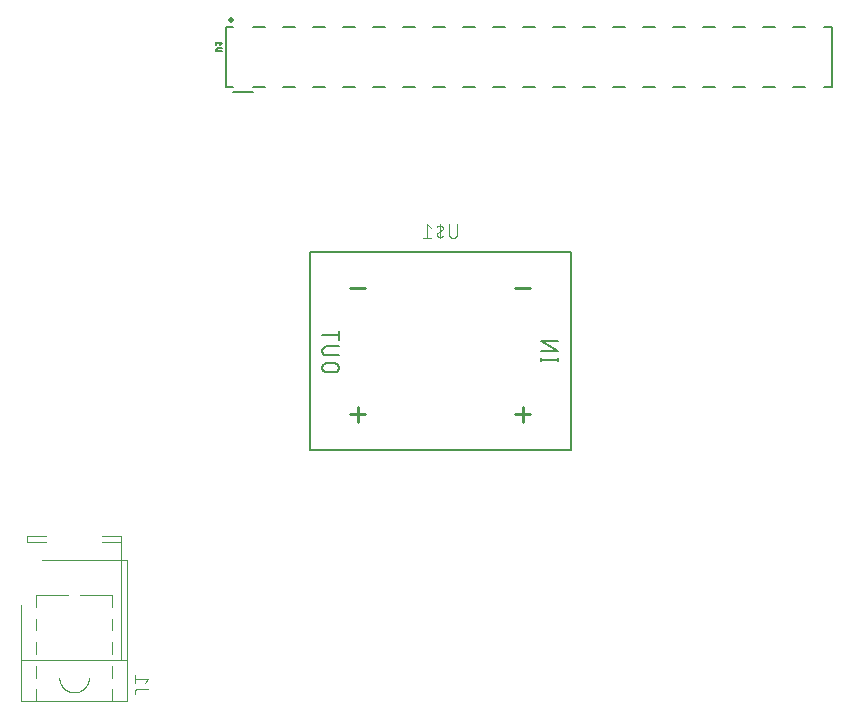
<source format=gbr>
G04 EAGLE Gerber RS-274X export*
G75*
%MOMM*%
%FSLAX34Y34*%
%LPD*%
%AMOC8*
5,1,8,0,0,1.08239X$1,22.5*%
G01*
%ADD10C,0.100000*%
%ADD11C,0.101600*%
%ADD12C,0.127000*%
%ADD13C,0.254000*%
%ADD14C,0.203200*%


D10*
X25121Y-16226D02*
X38121Y-16226D01*
X102121Y-16226D01*
X115121Y-16226D01*
X110121Y18774D02*
X25121Y18774D01*
X110121Y18774D02*
X115121Y18774D01*
X110121Y18774D02*
X110121Y103774D01*
X115121Y103774D01*
X115121Y-16226D01*
X110121Y103774D02*
X110121Y118774D01*
X110121Y123774D01*
X102121Y-6226D02*
X102121Y-16226D01*
X102121Y3774D02*
X102121Y13774D01*
X102121Y23774D02*
X102121Y33774D01*
X102121Y43774D02*
X102121Y53774D01*
X102121Y63774D02*
X102121Y73774D01*
X38121Y-6226D02*
X38121Y-16226D01*
X38121Y3774D02*
X38121Y13774D01*
X38121Y23774D02*
X38121Y33774D01*
X38121Y43774D02*
X38121Y53774D01*
X38121Y63774D02*
X38121Y73774D01*
X57621Y73774D01*
X65121Y73774D01*
X75121Y73774D02*
X82621Y73774D01*
X102121Y73774D01*
X82621Y3774D02*
X82617Y3470D01*
X82606Y3165D01*
X82588Y2862D01*
X82562Y2558D01*
X82528Y2256D01*
X82488Y1954D01*
X82440Y1653D01*
X82385Y1354D01*
X82322Y1056D01*
X82252Y760D01*
X82175Y465D01*
X82091Y173D01*
X82000Y-118D01*
X81901Y-406D01*
X81796Y-691D01*
X81684Y-974D01*
X81565Y-1255D01*
X81439Y-1532D01*
X81307Y-1806D01*
X81167Y-2076D01*
X81022Y-2344D01*
X80869Y-2607D01*
X80711Y-2867D01*
X80546Y-3123D01*
X80375Y-3375D01*
X80198Y-3622D01*
X80015Y-3866D01*
X79826Y-4104D01*
X79631Y-4338D01*
X79431Y-4567D01*
X79225Y-4792D01*
X79013Y-5011D01*
X78797Y-5225D01*
X78575Y-5433D01*
X78349Y-5637D01*
X78117Y-5834D01*
X77881Y-6026D01*
X77640Y-6212D01*
X77394Y-6392D01*
X77145Y-6566D01*
X76891Y-6734D01*
X76633Y-6896D01*
X76371Y-7051D01*
X76106Y-7200D01*
X75837Y-7343D01*
X75564Y-7479D01*
X75289Y-7608D01*
X75010Y-7730D01*
X74728Y-7846D01*
X74444Y-7955D01*
X74157Y-8056D01*
X73868Y-8151D01*
X73576Y-8239D01*
X73283Y-8320D01*
X72987Y-8393D01*
X72690Y-8459D01*
X72391Y-8518D01*
X72091Y-8570D01*
X71790Y-8614D01*
X71488Y-8651D01*
X71185Y-8681D01*
X70882Y-8703D01*
X70578Y-8718D01*
X70273Y-8725D01*
X69969Y-8725D01*
X69664Y-8718D01*
X69360Y-8703D01*
X69057Y-8681D01*
X68754Y-8651D01*
X68452Y-8614D01*
X68151Y-8570D01*
X67851Y-8518D01*
X67552Y-8459D01*
X67255Y-8393D01*
X66959Y-8320D01*
X66666Y-8239D01*
X66374Y-8151D01*
X66085Y-8056D01*
X65798Y-7955D01*
X65514Y-7846D01*
X65232Y-7730D01*
X64953Y-7608D01*
X64678Y-7479D01*
X64405Y-7343D01*
X64136Y-7200D01*
X63871Y-7051D01*
X63609Y-6896D01*
X63351Y-6734D01*
X63097Y-6566D01*
X62848Y-6392D01*
X62602Y-6212D01*
X62361Y-6026D01*
X62125Y-5834D01*
X61893Y-5637D01*
X61667Y-5433D01*
X61445Y-5225D01*
X61229Y-5011D01*
X61017Y-4792D01*
X60811Y-4567D01*
X60611Y-4338D01*
X60416Y-4104D01*
X60227Y-3866D01*
X60044Y-3622D01*
X59867Y-3375D01*
X59696Y-3123D01*
X59531Y-2867D01*
X59373Y-2607D01*
X59220Y-2344D01*
X59075Y-2076D01*
X58935Y-1806D01*
X58803Y-1532D01*
X58677Y-1255D01*
X58558Y-974D01*
X58446Y-691D01*
X58341Y-406D01*
X58242Y-118D01*
X58151Y173D01*
X58067Y465D01*
X57990Y760D01*
X57920Y1056D01*
X57857Y1354D01*
X57802Y1653D01*
X57754Y1954D01*
X57714Y2256D01*
X57680Y2558D01*
X57654Y2862D01*
X57636Y3165D01*
X57625Y3470D01*
X57621Y3774D01*
X93621Y118774D02*
X110121Y118774D01*
X46621Y118774D02*
X30121Y118774D01*
X30121Y123774D02*
X46621Y123774D01*
X93621Y123774D02*
X110121Y123774D01*
X30121Y123774D02*
X30121Y118774D01*
X25121Y65674D02*
X25121Y-16226D01*
X42821Y103774D02*
X110121Y103774D01*
D11*
X124025Y-5923D02*
X133113Y-5923D01*
X124025Y-5924D02*
X123926Y-5926D01*
X123826Y-5932D01*
X123727Y-5941D01*
X123629Y-5954D01*
X123531Y-5971D01*
X123433Y-5992D01*
X123337Y-6017D01*
X123242Y-6045D01*
X123148Y-6077D01*
X123055Y-6112D01*
X122963Y-6151D01*
X122873Y-6194D01*
X122785Y-6239D01*
X122698Y-6289D01*
X122614Y-6341D01*
X122531Y-6397D01*
X122451Y-6455D01*
X122373Y-6517D01*
X122298Y-6582D01*
X122225Y-6650D01*
X122155Y-6720D01*
X122087Y-6793D01*
X122022Y-6868D01*
X121960Y-6946D01*
X121902Y-7026D01*
X121846Y-7109D01*
X121794Y-7193D01*
X121744Y-7280D01*
X121699Y-7368D01*
X121656Y-7458D01*
X121617Y-7550D01*
X121582Y-7643D01*
X121550Y-7737D01*
X121522Y-7832D01*
X121497Y-7928D01*
X121476Y-8026D01*
X121459Y-8124D01*
X121446Y-8222D01*
X121437Y-8321D01*
X121431Y-8421D01*
X121429Y-8520D01*
X121429Y-9818D01*
X130516Y-650D02*
X133113Y2596D01*
X121429Y2596D01*
X121429Y5841D02*
X121429Y-650D01*
D12*
X191534Y534021D02*
X195020Y534021D01*
X191534Y534020D02*
X191463Y534022D01*
X191391Y534028D01*
X191321Y534037D01*
X191251Y534050D01*
X191181Y534067D01*
X191113Y534088D01*
X191046Y534112D01*
X190980Y534140D01*
X190916Y534171D01*
X190853Y534206D01*
X190793Y534244D01*
X190734Y534285D01*
X190678Y534329D01*
X190624Y534376D01*
X190573Y534425D01*
X190525Y534478D01*
X190479Y534533D01*
X190437Y534590D01*
X190397Y534650D01*
X190361Y534711D01*
X190328Y534775D01*
X190299Y534840D01*
X190273Y534906D01*
X190250Y534974D01*
X190231Y535043D01*
X190216Y535113D01*
X190205Y535183D01*
X190197Y535254D01*
X190193Y535325D01*
X190193Y535397D01*
X190197Y535468D01*
X190205Y535539D01*
X190216Y535609D01*
X190231Y535679D01*
X190250Y535748D01*
X190273Y535816D01*
X190299Y535882D01*
X190328Y535947D01*
X190361Y536011D01*
X190397Y536072D01*
X190437Y536132D01*
X190479Y536189D01*
X190525Y536244D01*
X190573Y536297D01*
X190624Y536346D01*
X190678Y536393D01*
X190734Y536437D01*
X190793Y536478D01*
X190853Y536516D01*
X190916Y536551D01*
X190980Y536582D01*
X191046Y536610D01*
X191113Y536634D01*
X191181Y536655D01*
X191251Y536672D01*
X191321Y536685D01*
X191391Y536694D01*
X191463Y536700D01*
X191534Y536702D01*
X195020Y536702D01*
X193947Y539690D02*
X195020Y541030D01*
X190194Y541030D01*
X190194Y539690D02*
X190194Y542371D01*
D13*
X201537Y561006D02*
X201539Y561072D01*
X201545Y561138D01*
X201555Y561204D01*
X201568Y561269D01*
X201586Y561333D01*
X201607Y561395D01*
X201632Y561457D01*
X201660Y561517D01*
X201692Y561575D01*
X201728Y561631D01*
X201766Y561684D01*
X201808Y561736D01*
X201853Y561785D01*
X201900Y561831D01*
X201951Y561874D01*
X202003Y561914D01*
X202058Y561951D01*
X202115Y561985D01*
X202174Y562015D01*
X202235Y562042D01*
X202297Y562065D01*
X202360Y562084D01*
X202425Y562100D01*
X202490Y562112D01*
X202556Y562120D01*
X202622Y562124D01*
X202688Y562124D01*
X202754Y562120D01*
X202820Y562112D01*
X202885Y562100D01*
X202950Y562084D01*
X203013Y562065D01*
X203075Y562042D01*
X203136Y562015D01*
X203195Y561985D01*
X203252Y561951D01*
X203307Y561914D01*
X203359Y561874D01*
X203410Y561831D01*
X203457Y561785D01*
X203502Y561736D01*
X203544Y561684D01*
X203582Y561631D01*
X203618Y561575D01*
X203650Y561517D01*
X203678Y561457D01*
X203703Y561395D01*
X203724Y561333D01*
X203742Y561269D01*
X203755Y561204D01*
X203765Y561138D01*
X203771Y561072D01*
X203773Y561006D01*
X203771Y560940D01*
X203765Y560874D01*
X203755Y560808D01*
X203742Y560743D01*
X203724Y560679D01*
X203703Y560617D01*
X203678Y560555D01*
X203650Y560495D01*
X203618Y560437D01*
X203582Y560381D01*
X203544Y560328D01*
X203502Y560276D01*
X203457Y560227D01*
X203410Y560181D01*
X203359Y560138D01*
X203307Y560098D01*
X203252Y560061D01*
X203195Y560027D01*
X203136Y559997D01*
X203075Y559970D01*
X203013Y559947D01*
X202950Y559928D01*
X202885Y559912D01*
X202820Y559900D01*
X202754Y559892D01*
X202688Y559888D01*
X202622Y559888D01*
X202556Y559892D01*
X202490Y559900D01*
X202425Y559912D01*
X202360Y559928D01*
X202297Y559947D01*
X202235Y559970D01*
X202174Y559997D01*
X202115Y560027D01*
X202058Y560061D01*
X202003Y560098D01*
X201951Y560138D01*
X201900Y560181D01*
X201853Y560227D01*
X201808Y560276D01*
X201766Y560328D01*
X201728Y560381D01*
X201692Y560437D01*
X201660Y560495D01*
X201632Y560555D01*
X201607Y560617D01*
X201586Y560679D01*
X201568Y560743D01*
X201555Y560808D01*
X201545Y560874D01*
X201539Y560940D01*
X201537Y561006D01*
D14*
X711695Y554406D02*
X711695Y503606D01*
X711695Y554406D02*
X705345Y554406D01*
X705345Y503606D02*
X711695Y503606D01*
X688835Y554406D02*
X678675Y554406D01*
X663435Y554406D02*
X653275Y554406D01*
X638035Y554406D02*
X627875Y554406D01*
X612635Y554406D02*
X602475Y554406D01*
X587235Y554406D02*
X577075Y554406D01*
X561835Y554406D02*
X551675Y554406D01*
X536435Y554406D02*
X526275Y554406D01*
X511035Y554406D02*
X500875Y554406D01*
X485635Y554406D02*
X475475Y554406D01*
X460235Y554406D02*
X450075Y554406D01*
X678675Y503606D02*
X688835Y503606D01*
X663435Y503606D02*
X653275Y503606D01*
X638035Y503606D02*
X627875Y503606D01*
X612635Y503606D02*
X602475Y503606D01*
X587235Y503606D02*
X577075Y503606D01*
X561835Y503606D02*
X551675Y503606D01*
X536435Y503606D02*
X526275Y503606D01*
X511035Y503606D02*
X500875Y503606D01*
X485635Y503606D02*
X475475Y503606D01*
X460235Y503606D02*
X450075Y503606D01*
X434835Y554406D02*
X424675Y554406D01*
X409435Y554406D02*
X399275Y554406D01*
X384035Y554406D02*
X373875Y554406D01*
X358635Y554406D02*
X348475Y554406D01*
X333235Y554406D02*
X323075Y554406D01*
X307835Y554406D02*
X297675Y554406D01*
X282435Y554406D02*
X272275Y554406D01*
X257035Y554406D02*
X246875Y554406D01*
X231635Y554406D02*
X221475Y554406D01*
X424675Y503606D02*
X434835Y503606D01*
X409435Y503606D02*
X399275Y503606D01*
X384035Y503606D02*
X373875Y503606D01*
X358635Y503606D02*
X348475Y503606D01*
X333235Y503606D02*
X323075Y503606D01*
X307835Y503606D02*
X297675Y503606D01*
X282435Y503606D02*
X272275Y503606D01*
X257035Y503606D02*
X246875Y503606D01*
X231635Y503606D02*
X221475Y503606D01*
X198615Y503606D02*
X198615Y554406D01*
X198615Y503606D02*
X204965Y503606D01*
X204965Y554406D02*
X198615Y554406D01*
X205050Y499859D02*
X221560Y499859D01*
D12*
X269510Y363820D02*
X490490Y363820D01*
X269510Y363820D02*
X269510Y196180D01*
X490490Y196180D01*
X490490Y363820D01*
D11*
X394104Y379004D02*
X394104Y387442D01*
X394104Y379004D02*
X394102Y378891D01*
X394096Y378778D01*
X394086Y378665D01*
X394072Y378552D01*
X394055Y378440D01*
X394033Y378329D01*
X394008Y378219D01*
X393978Y378109D01*
X393945Y378001D01*
X393908Y377894D01*
X393868Y377788D01*
X393823Y377684D01*
X393775Y377581D01*
X393724Y377480D01*
X393669Y377381D01*
X393611Y377284D01*
X393549Y377189D01*
X393484Y377096D01*
X393416Y377006D01*
X393345Y376918D01*
X393270Y376832D01*
X393193Y376749D01*
X393113Y376669D01*
X393030Y376592D01*
X392944Y376517D01*
X392856Y376446D01*
X392766Y376378D01*
X392673Y376313D01*
X392578Y376251D01*
X392481Y376193D01*
X392382Y376138D01*
X392281Y376087D01*
X392178Y376039D01*
X392074Y375994D01*
X391968Y375954D01*
X391861Y375917D01*
X391753Y375884D01*
X391643Y375854D01*
X391533Y375829D01*
X391422Y375807D01*
X391310Y375790D01*
X391197Y375776D01*
X391084Y375766D01*
X390971Y375760D01*
X390858Y375758D01*
X390745Y375760D01*
X390632Y375766D01*
X390519Y375776D01*
X390406Y375790D01*
X390294Y375807D01*
X390183Y375829D01*
X390073Y375854D01*
X389963Y375884D01*
X389855Y375917D01*
X389748Y375954D01*
X389642Y375994D01*
X389538Y376039D01*
X389435Y376087D01*
X389334Y376138D01*
X389235Y376193D01*
X389138Y376251D01*
X389043Y376313D01*
X388950Y376378D01*
X388860Y376446D01*
X388772Y376517D01*
X388686Y376592D01*
X388603Y376669D01*
X388523Y376749D01*
X388446Y376832D01*
X388371Y376918D01*
X388300Y377006D01*
X388232Y377096D01*
X388167Y377189D01*
X388105Y377284D01*
X388047Y377381D01*
X387992Y377480D01*
X387941Y377581D01*
X387893Y377684D01*
X387848Y377788D01*
X387808Y377894D01*
X387771Y378001D01*
X387738Y378109D01*
X387708Y378219D01*
X387683Y378329D01*
X387661Y378440D01*
X387644Y378552D01*
X387630Y378665D01*
X387620Y378778D01*
X387614Y378891D01*
X387612Y379004D01*
X387613Y379004D02*
X387613Y387442D01*
X379810Y387442D02*
X379810Y375758D01*
X379810Y381600D02*
X381432Y382574D01*
X381433Y382573D02*
X381506Y382620D01*
X381577Y382669D01*
X381647Y382722D01*
X381713Y382778D01*
X381777Y382837D01*
X381839Y382898D01*
X381897Y382962D01*
X381953Y383029D01*
X382005Y383098D01*
X382055Y383170D01*
X382101Y383244D01*
X382144Y383319D01*
X382183Y383397D01*
X382219Y383476D01*
X382251Y383557D01*
X382280Y383639D01*
X382305Y383722D01*
X382326Y383806D01*
X382343Y383891D01*
X382357Y383977D01*
X382366Y384063D01*
X382372Y384150D01*
X382374Y384237D01*
X382372Y384324D01*
X382366Y384411D01*
X382356Y384497D01*
X382343Y384583D01*
X382325Y384668D01*
X382304Y384752D01*
X382279Y384835D01*
X382250Y384918D01*
X382218Y384998D01*
X382182Y385077D01*
X382143Y385155D01*
X382100Y385230D01*
X382053Y385304D01*
X382004Y385375D01*
X381951Y385445D01*
X381896Y385511D01*
X381837Y385575D01*
X381776Y385637D01*
X381711Y385696D01*
X381645Y385751D01*
X381576Y385804D01*
X381504Y385854D01*
X381431Y385900D01*
X381355Y385943D01*
X381278Y385982D01*
X381199Y386018D01*
X381118Y386051D01*
X381036Y386079D01*
X380953Y386105D01*
X380869Y386126D01*
X380783Y386143D01*
X380783Y386144D02*
X380643Y386168D01*
X380501Y386188D01*
X380360Y386204D01*
X380218Y386215D01*
X380075Y386223D01*
X379933Y386227D01*
X379790Y386228D01*
X379647Y386224D01*
X379505Y386216D01*
X379363Y386204D01*
X379221Y386188D01*
X379080Y386169D01*
X378939Y386145D01*
X378799Y386118D01*
X378660Y386086D01*
X378522Y386051D01*
X378384Y386012D01*
X378248Y385969D01*
X378114Y385923D01*
X377980Y385872D01*
X377848Y385819D01*
X377718Y385761D01*
X377589Y385700D01*
X377462Y385635D01*
X377336Y385567D01*
X377213Y385495D01*
X379810Y381600D02*
X378187Y380626D01*
X378186Y380627D02*
X378113Y380580D01*
X378042Y380531D01*
X377972Y380478D01*
X377906Y380422D01*
X377842Y380363D01*
X377780Y380302D01*
X377722Y380238D01*
X377666Y380171D01*
X377614Y380102D01*
X377564Y380030D01*
X377518Y379956D01*
X377475Y379881D01*
X377436Y379803D01*
X377400Y379724D01*
X377368Y379643D01*
X377339Y379561D01*
X377314Y379478D01*
X377293Y379394D01*
X377276Y379309D01*
X377262Y379223D01*
X377253Y379137D01*
X377247Y379050D01*
X377245Y378963D01*
X377247Y378876D01*
X377253Y378789D01*
X377263Y378703D01*
X377276Y378617D01*
X377294Y378532D01*
X377315Y378448D01*
X377340Y378365D01*
X377369Y378282D01*
X377401Y378202D01*
X377437Y378123D01*
X377476Y378045D01*
X377519Y377970D01*
X377566Y377896D01*
X377615Y377825D01*
X377668Y377755D01*
X377723Y377689D01*
X377782Y377625D01*
X377843Y377563D01*
X377908Y377504D01*
X377974Y377449D01*
X378043Y377396D01*
X378115Y377346D01*
X378188Y377300D01*
X378264Y377257D01*
X378341Y377218D01*
X378420Y377182D01*
X378501Y377149D01*
X378583Y377121D01*
X378666Y377095D01*
X378750Y377074D01*
X378835Y377057D01*
X378836Y377056D02*
X378976Y377032D01*
X379118Y377012D01*
X379259Y376996D01*
X379401Y376985D01*
X379544Y376977D01*
X379686Y376973D01*
X379829Y376972D01*
X379972Y376976D01*
X380114Y376984D01*
X380256Y376996D01*
X380398Y377012D01*
X380539Y377031D01*
X380680Y377055D01*
X380820Y377082D01*
X380959Y377114D01*
X381097Y377149D01*
X381235Y377188D01*
X381371Y377231D01*
X381505Y377277D01*
X381639Y377328D01*
X381771Y377381D01*
X381902Y377439D01*
X382030Y377500D01*
X382157Y377565D01*
X382283Y377633D01*
X382406Y377705D01*
X372387Y384846D02*
X369142Y387442D01*
X369142Y375758D01*
X372387Y375758D02*
X365896Y375758D01*
D12*
X465725Y273132D02*
X479695Y273132D01*
X465725Y271580D02*
X465725Y274685D01*
X479695Y274685D02*
X479695Y271580D01*
X479695Y280659D02*
X465725Y280659D01*
X465725Y288420D02*
X479695Y280659D01*
X479695Y288420D02*
X465725Y288420D01*
X290394Y262431D02*
X284186Y262431D01*
X290394Y262430D02*
X290517Y262432D01*
X290640Y262438D01*
X290763Y262448D01*
X290885Y262461D01*
X291007Y262479D01*
X291128Y262500D01*
X291249Y262525D01*
X291369Y262554D01*
X291487Y262587D01*
X291605Y262624D01*
X291721Y262664D01*
X291836Y262708D01*
X291950Y262756D01*
X292062Y262807D01*
X292172Y262861D01*
X292281Y262920D01*
X292388Y262981D01*
X292492Y263046D01*
X292595Y263114D01*
X292695Y263186D01*
X292793Y263260D01*
X292889Y263338D01*
X292982Y263419D01*
X293072Y263502D01*
X293160Y263589D01*
X293245Y263678D01*
X293327Y263769D01*
X293406Y263864D01*
X293482Y263961D01*
X293555Y264060D01*
X293625Y264161D01*
X293692Y264265D01*
X293755Y264371D01*
X293815Y264478D01*
X293871Y264588D01*
X293924Y264699D01*
X293974Y264812D01*
X294019Y264926D01*
X294062Y265042D01*
X294100Y265159D01*
X294135Y265277D01*
X294166Y265396D01*
X294193Y265516D01*
X294216Y265637D01*
X294235Y265759D01*
X294251Y265881D01*
X294263Y266003D01*
X294271Y266126D01*
X294275Y266249D01*
X294275Y266373D01*
X294271Y266496D01*
X294263Y266619D01*
X294251Y266741D01*
X294235Y266863D01*
X294216Y266985D01*
X294193Y267106D01*
X294166Y267226D01*
X294135Y267345D01*
X294100Y267463D01*
X294062Y267580D01*
X294019Y267696D01*
X293974Y267810D01*
X293924Y267923D01*
X293871Y268034D01*
X293815Y268144D01*
X293755Y268252D01*
X293692Y268357D01*
X293625Y268461D01*
X293555Y268562D01*
X293482Y268661D01*
X293406Y268758D01*
X293327Y268853D01*
X293245Y268944D01*
X293160Y269033D01*
X293072Y269120D01*
X292982Y269203D01*
X292889Y269284D01*
X292793Y269362D01*
X292695Y269436D01*
X292595Y269508D01*
X292492Y269576D01*
X292388Y269641D01*
X292281Y269702D01*
X292172Y269761D01*
X292062Y269815D01*
X291950Y269866D01*
X291836Y269914D01*
X291721Y269958D01*
X291605Y269998D01*
X291487Y270035D01*
X291369Y270068D01*
X291249Y270097D01*
X291128Y270122D01*
X291007Y270143D01*
X290885Y270161D01*
X290763Y270174D01*
X290640Y270184D01*
X290517Y270190D01*
X290394Y270192D01*
X284186Y270192D01*
X284063Y270190D01*
X283940Y270184D01*
X283817Y270174D01*
X283695Y270161D01*
X283573Y270143D01*
X283452Y270122D01*
X283331Y270097D01*
X283211Y270068D01*
X283093Y270035D01*
X282975Y269998D01*
X282859Y269958D01*
X282744Y269914D01*
X282630Y269866D01*
X282518Y269815D01*
X282408Y269761D01*
X282299Y269702D01*
X282192Y269641D01*
X282088Y269576D01*
X281985Y269508D01*
X281885Y269436D01*
X281787Y269362D01*
X281691Y269284D01*
X281598Y269203D01*
X281508Y269120D01*
X281420Y269033D01*
X281335Y268944D01*
X281253Y268853D01*
X281174Y268758D01*
X281098Y268661D01*
X281025Y268562D01*
X280955Y268461D01*
X280888Y268357D01*
X280825Y268252D01*
X280765Y268144D01*
X280709Y268034D01*
X280656Y267923D01*
X280606Y267810D01*
X280561Y267696D01*
X280518Y267580D01*
X280480Y267463D01*
X280445Y267345D01*
X280414Y267226D01*
X280387Y267106D01*
X280364Y266985D01*
X280345Y266863D01*
X280329Y266741D01*
X280317Y266619D01*
X280309Y266496D01*
X280305Y266373D01*
X280305Y266249D01*
X280309Y266126D01*
X280317Y266003D01*
X280329Y265881D01*
X280345Y265759D01*
X280364Y265637D01*
X280387Y265516D01*
X280414Y265396D01*
X280445Y265277D01*
X280480Y265159D01*
X280518Y265042D01*
X280561Y264926D01*
X280606Y264812D01*
X280656Y264699D01*
X280709Y264588D01*
X280765Y264478D01*
X280825Y264371D01*
X280888Y264265D01*
X280955Y264161D01*
X281025Y264060D01*
X281098Y263961D01*
X281174Y263864D01*
X281253Y263769D01*
X281335Y263678D01*
X281420Y263589D01*
X281508Y263502D01*
X281598Y263419D01*
X281691Y263338D01*
X281787Y263260D01*
X281885Y263186D01*
X281985Y263114D01*
X282088Y263046D01*
X282192Y262981D01*
X282299Y262920D01*
X282408Y262861D01*
X282518Y262807D01*
X282630Y262756D01*
X282744Y262708D01*
X282859Y262664D01*
X282975Y262624D01*
X283093Y262587D01*
X283211Y262554D01*
X283331Y262525D01*
X283452Y262500D01*
X283573Y262479D01*
X283695Y262461D01*
X283817Y262448D01*
X283940Y262438D01*
X284063Y262432D01*
X284186Y262430D01*
X284186Y276576D02*
X294275Y276576D01*
X284186Y276575D02*
X284063Y276577D01*
X283940Y276583D01*
X283817Y276593D01*
X283695Y276606D01*
X283573Y276624D01*
X283452Y276645D01*
X283331Y276670D01*
X283211Y276699D01*
X283093Y276732D01*
X282975Y276769D01*
X282859Y276809D01*
X282744Y276853D01*
X282630Y276901D01*
X282518Y276952D01*
X282408Y277006D01*
X282299Y277065D01*
X282192Y277126D01*
X282088Y277191D01*
X281985Y277259D01*
X281885Y277331D01*
X281787Y277405D01*
X281691Y277483D01*
X281598Y277564D01*
X281508Y277647D01*
X281420Y277734D01*
X281335Y277823D01*
X281253Y277914D01*
X281174Y278009D01*
X281098Y278106D01*
X281025Y278205D01*
X280955Y278306D01*
X280888Y278410D01*
X280825Y278516D01*
X280765Y278623D01*
X280709Y278733D01*
X280656Y278844D01*
X280606Y278957D01*
X280561Y279071D01*
X280518Y279187D01*
X280480Y279304D01*
X280445Y279422D01*
X280414Y279541D01*
X280387Y279661D01*
X280364Y279782D01*
X280345Y279904D01*
X280329Y280026D01*
X280317Y280148D01*
X280309Y280271D01*
X280305Y280394D01*
X280305Y280518D01*
X280309Y280641D01*
X280317Y280764D01*
X280329Y280886D01*
X280345Y281008D01*
X280364Y281130D01*
X280387Y281251D01*
X280414Y281371D01*
X280445Y281490D01*
X280480Y281608D01*
X280518Y281725D01*
X280561Y281841D01*
X280606Y281955D01*
X280656Y282068D01*
X280709Y282179D01*
X280765Y282289D01*
X280825Y282397D01*
X280888Y282502D01*
X280955Y282606D01*
X281025Y282707D01*
X281098Y282806D01*
X281174Y282903D01*
X281253Y282998D01*
X281335Y283089D01*
X281420Y283178D01*
X281508Y283265D01*
X281598Y283348D01*
X281691Y283429D01*
X281787Y283507D01*
X281885Y283581D01*
X281985Y283653D01*
X282088Y283721D01*
X282192Y283786D01*
X282299Y283847D01*
X282408Y283906D01*
X282518Y283960D01*
X282630Y284011D01*
X282744Y284059D01*
X282859Y284103D01*
X282975Y284143D01*
X283093Y284180D01*
X283211Y284213D01*
X283331Y284242D01*
X283452Y284267D01*
X283573Y284288D01*
X283695Y284306D01*
X283817Y284319D01*
X283940Y284329D01*
X284063Y284335D01*
X284186Y284337D01*
X294275Y284337D01*
X294275Y293689D02*
X280305Y293689D01*
X294275Y297569D02*
X294275Y289808D01*
D13*
X449850Y233010D02*
X449850Y220310D01*
X443500Y333340D02*
X456200Y333340D01*
X456200Y226660D02*
X443500Y226660D01*
X310150Y220310D02*
X310150Y233010D01*
X303800Y333340D02*
X316500Y333340D01*
X316500Y226660D02*
X303800Y226660D01*
M02*

</source>
